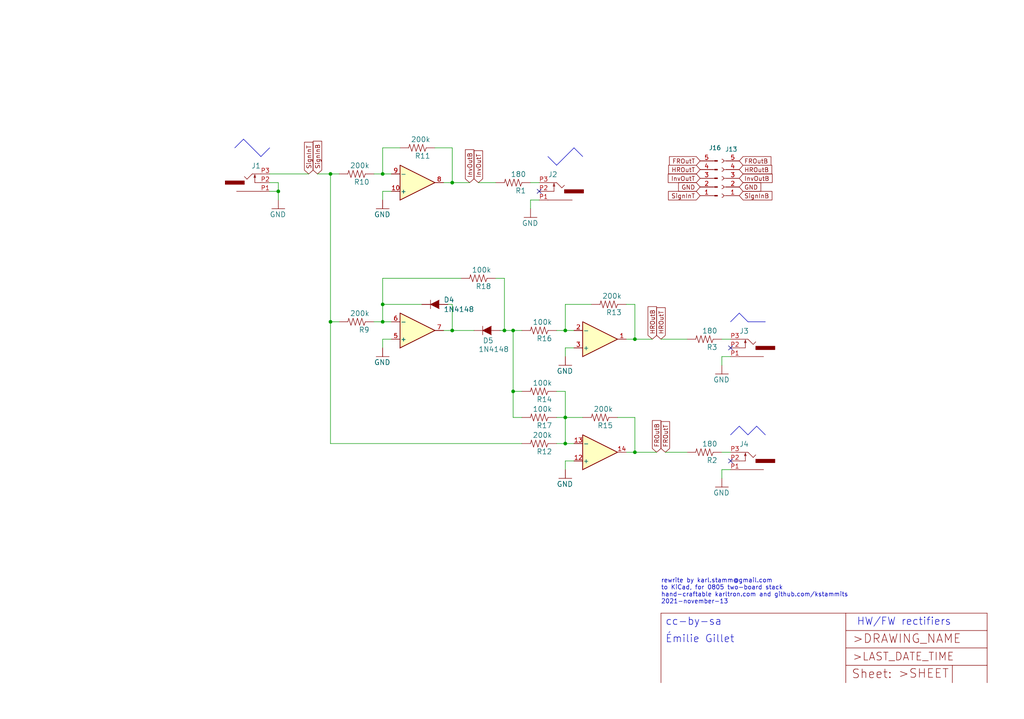
<source format=kicad_sch>
(kicad_sch (version 20230121) (generator eeschema)
  (paper "User" 299.06 210.007)
  (lib_symbols
    (symbol "Amplifier_Operational:TL074" (pin_names (offset 0.127))
      (property "Reference" "U" (at 0 5.08 0))
      (property "Value" "TL074" (at 0 -5.08 0))
      (symbol "TL074_1_1"
        (polyline (pts (xy -5.08 5.08) (xy 5.08 0) (xy -5.08 -5.08) (xy -5.08 5.08)) (stroke (width 0.254)) (fill (type background)))
        (pin output line (at 7.62 0 180) (length 2.54) (name "~") (number "1"))
        (pin input line (at -7.62 -2.54 0) (length 2.54) (name "-") (number "2"))
        (pin input line (at -7.62 2.54 0) (length 2.54) (name "+") (number "3"))
      )
      (symbol "TL074_2_1"
        (polyline (pts (xy -5.08 5.08) (xy 5.08 0) (xy -5.08 -5.08) (xy -5.08 5.08)) (stroke (width 0.254)) (fill (type background)))
        (pin input line (at -7.62 2.54 0) (length 2.54) (name "+") (number "5"))
        (pin input line (at -7.62 -2.54 0) (length 2.54) (name "-") (number "6"))
        (pin output line (at 7.62 0 180) (length 2.54) (name "~") (number "7"))
      )
      (symbol "TL074_3_1"
        (polyline (pts (xy -5.08 5.08) (xy 5.08 0) (xy -5.08 -5.08) (xy -5.08 5.08)) (stroke (width 0.254)) (fill (type background)))
        (pin input line (at -7.62 2.54 0) (length 2.54) (name "+") (number "10"))
        (pin output line (at 7.62 0 180) (length 2.54) (name "~") (number "8"))
        (pin input line (at -7.62 -2.54 0) (length 2.54) (name "-") (number "9"))
      )
      (symbol "TL074_4_1"
        (polyline (pts (xy -5.08 5.08) (xy 5.08 0) (xy -5.08 -5.08) (xy -5.08 5.08)) (stroke (width 0.254)) (fill (type background)))
        (pin input line (at -7.62 2.54 0) (length 2.54) (name "+") (number "12"))
        (pin input line (at -7.62 -2.54 0) (length 2.54) (name "-") (number "13"))
        (pin output line (at 7.62 0 180) (length 2.54) (name "~") (number "14"))
      )
      (symbol "TL074_5_1"
        (pin power_in line (at -2.54 -7.62 90) (length 3.81) (name "V-") (number "11"))
        (pin power_in line (at -2.54 7.62 270) (length 3.81) (name "V+") (number "4"))
      )
    )
    (symbol "k2-eagle-import:A4L-LOC" (pin_names (offset 1.016))
      (symbol "A4L-LOC_1_0"
        (polyline (pts (xy 161.29 3.81) (xy 161.29 24.13)))
        (polyline (pts (xy 161.29 24.13) (xy 215.265 24.13)))
        (polyline (pts (xy 215.265 8.89) (xy 215.265 3.81)))
        (polyline (pts (xy 215.265 8.89) (xy 215.265 13.97)))
        (polyline (pts (xy 215.265 13.97) (xy 215.265 19.05)))
        (polyline (pts (xy 215.265 13.97) (xy 256.54 13.97)))
        (polyline (pts (xy 215.265 19.05) (xy 215.265 24.13)))
        (polyline (pts (xy 215.265 19.05) (xy 256.54 19.05)))
        (polyline (pts (xy 215.265 24.13) (xy 256.54 24.13)))
        (polyline (pts (xy 246.38 3.81) (xy 246.38 8.89)))
        (polyline (pts (xy 246.38 8.89) (xy 215.265 8.89)))
        (polyline (pts (xy 246.38 8.89) (xy 256.54 8.89)))
        (polyline (pts (xy 256.54 3.81) (xy 256.54 8.89)))
        (polyline (pts (xy 256.54 8.89) (xy 256.54 13.97)))
        (polyline (pts (xy 256.54 13.97) (xy 256.54 19.05)))
        (polyline (pts (xy 256.54 19.05) (xy 256.54 24.13)))
        (text ">DRAWING_NAME" (at 217.17 15.24 0) (effects (font (size 2.54 2.54)) (justify left bottom)))
        (text ">LAST_DATE_TIME" (at 217.17 10.16 0) (effects (font (size 2.286 2.286)) (justify left bottom)))
        (text ">SHEET" (at 230.505 5.08 0) (effects (font (size 2.54 2.54)) (justify left bottom)))
        (text "Sheet:" (at 216.916 4.953 0) (effects (font (size 2.54 2.54)) (justify left bottom)))
      )
    )
    (symbol "k2-eagle-import:GND" (power) (pin_names (offset 1.016))
      (property "Value" "GND" (at -2.54 -2.54 0))
      (symbol "GND_1_0"
        (polyline (pts (xy -1.905 0) (xy 1.905 0)))
        (pin power_in line (at 0 2.54 270) (length 2.54) (name "GND") (number "1"))
      )
    )
    (symbol "k2-eagle-import:PJ301_THONKICONN6" (pin_names (offset 1.016))
      (property "Reference" "J" (at -2.54 4.064 0))
      (symbol "PJ301_THONKICONN6_1_0"
        (polyline (pts (xy -2.54 -2.54) (xy 4.572 -2.54)))
        (polyline (pts (xy -2.54 0) (xy -0.762 0)))
        (polyline (pts (xy -2.54 2.54) (xy 0 2.54)))
        (polyline (pts (xy -1.016 1.524) (xy -0.508 1.524)))
        (polyline (pts (xy -0.762 0) (xy -0.762 2.286)))
        (polyline (pts (xy -0.762 2.286) (xy -1.016 1.524)))
        (polyline (pts (xy -0.508 1.524) (xy -0.762 2.286)))
        (polyline (pts (xy 0 2.54) (xy 1.524 1.016)))
        (polyline (pts (xy 1.524 1.016) (xy 2.286 1.778)))
        (rectangle (start 2.286 -0.508) (end 7.874 0.508) (fill (type outline)))
        (pin passive line (at -5.08 -2.54 0) (length 2.54) (name "1") (number "P1"))
        (pin passive line (at -5.08 0 0) (length 2.54) (name "2") (number "P2"))
        (pin passive line (at -5.08 2.54 0) (length 2.54) (name "3") (number "P3"))
      )
    )
    (symbol "k2-eagle-import:R-US_R0402" (pin_names (offset 1.016))
      (property "Reference" "R" (at -3.81 1.4986 0))
      (property "Value" "R-US_R0402" (at -3.81 -3.302 0))
      (symbol "R-US_R0402_1_0"
        (polyline (pts (xy -2.54 0) (xy -2.159 1.016)))
        (polyline (pts (xy -2.159 1.016) (xy -1.524 -1.016)))
        (polyline (pts (xy -1.524 -1.016) (xy -0.889 1.016)))
        (polyline (pts (xy -0.889 1.016) (xy -0.254 -1.016)))
        (polyline (pts (xy -0.254 -1.016) (xy 0.381 1.016)))
        (polyline (pts (xy 0.381 1.016) (xy 1.016 -1.016)))
        (polyline (pts (xy 1.016 -1.016) (xy 1.651 1.016)))
        (polyline (pts (xy 1.651 1.016) (xy 2.286 -1.016)))
        (polyline (pts (xy 2.286 -1.016) (xy 2.54 0)))
        (pin passive line (at -5.08 0 0) (length 2.54) (name "1") (number "1"))
        (pin passive line (at 5.08 0 180) (length 2.54) (name "2") (number "2"))
      )
    )
    (symbol "k2-rescue:Conn_01x05_Female-Connector" (pin_names (offset 1.016) hide)
      (property "Reference" "J" (at 0 7.62 0))
      (property "Value" "Connector_Conn_01x05_Female" (at 0 -7.62 0))
      (symbol "Conn_01x05_Female-Connector_1_1"
        (arc (start 0 -4.572) (mid -0.5058 -5.08) (end 0 -5.588) (stroke (width 0.1524)))
        (arc (start 0 -2.032) (mid -0.5058 -2.54) (end 0 -3.048) (stroke (width 0.1524)))
        (polyline (pts (xy -1.27 -5.08) (xy -0.508 -5.08)) (stroke (width 0.1524)))
        (polyline (pts (xy -1.27 -2.54) (xy -0.508 -2.54)) (stroke (width 0.1524)))
        (polyline (pts (xy -1.27 0) (xy -0.508 0)) (stroke (width 0.1524)))
        (polyline (pts (xy -1.27 2.54) (xy -0.508 2.54)) (stroke (width 0.1524)))
        (polyline (pts (xy -1.27 5.08) (xy -0.508 5.08)) (stroke (width 0.1524)))
        (arc (start 0 0.508) (mid -0.5058 0) (end 0 -0.508) (stroke (width 0.1524)))
        (arc (start 0 3.048) (mid -0.5058 2.54) (end 0 2.032) (stroke (width 0.1524)))
        (arc (start 0 5.588) (mid -0.5058 5.08) (end 0 4.572) (stroke (width 0.1524)))
        (pin passive line (at -5.08 5.08 0) (length 3.81) (name "Pin_1") (number "1"))
        (pin passive line (at -5.08 2.54 0) (length 3.81) (name "Pin_2") (number "2"))
        (pin passive line (at -5.08 0 0) (length 3.81) (name "Pin_3") (number "3"))
        (pin passive line (at -5.08 -2.54 0) (length 3.81) (name "Pin_4") (number "4"))
        (pin passive line (at -5.08 -5.08 0) (length 3.81) (name "Pin_5") (number "5"))
      )
    )
    (symbol "k2-rescue:Conn_01x05_Male-Connector" (pin_names (offset 1.016) hide)
      (property "Reference" "J" (at 0 7.62 0))
      (property "Value" "Connector_Conn_01x05_Male" (at 0 -7.62 0))
      (symbol "Conn_01x05_Male-Connector_1_1"
        (polyline (pts (xy 1.27 -5.08) (xy 0.8636 -5.08)) (stroke (width 0.1524)))
        (polyline (pts (xy 1.27 -2.54) (xy 0.8636 -2.54)) (stroke (width 0.1524)))
        (polyline (pts (xy 1.27 0) (xy 0.8636 0)) (stroke (width 0.1524)))
        (polyline (pts (xy 1.27 2.54) (xy 0.8636 2.54)) (stroke (width 0.1524)))
        (polyline (pts (xy 1.27 5.08) (xy 0.8636 5.08)) (stroke (width 0.1524)))
        (rectangle (start 0.8636 -4.953) (end 0 -5.207) (stroke (width 0.1524)) (fill (type outline)))
        (rectangle (start 0.8636 -2.413) (end 0 -2.667) (stroke (width 0.1524)) (fill (type outline)))
        (rectangle (start 0.8636 0.127) (end 0 -0.127) (stroke (width 0.1524)) (fill (type outline)))
        (rectangle (start 0.8636 2.667) (end 0 2.413) (stroke (width 0.1524)) (fill (type outline)))
        (rectangle (start 0.8636 5.207) (end 0 4.953) (stroke (width 0.1524)) (fill (type outline)))
        (pin passive line (at 5.08 5.08 180) (length 3.81) (name "Pin_1") (number "1"))
        (pin passive line (at 5.08 2.54 180) (length 3.81) (name "Pin_2") (number "2"))
        (pin passive line (at 5.08 0 180) (length 3.81) (name "Pin_3") (number "3"))
        (pin passive line (at 5.08 -2.54 180) (length 3.81) (name "Pin_4") (number "4"))
        (pin passive line (at 5.08 -5.08 180) (length 3.81) (name "Pin_5") (number "5"))
      )
    )
    (symbol "k2-rescue:D-device" (pin_numbers hide) (pin_names (offset 1.016) hide)
      (property "Reference" "D" (at 0 2.54 0))
      (property "Value" "device_D" (at 0 -2.54 0))
      (symbol "D-device_0_1"
        (polyline (pts (xy -1.27 1.27) (xy -1.27 -1.27)) (stroke (width 0.1524)))
        (polyline (pts (xy 1.27 1.27) (xy -1.27 0) (xy 1.27 -1.27)) (fill (type outline)))
      )
      (symbol "D-device_1_1"
        (pin passive line (at -3.81 0 0) (length 2.54) (name "K") (number "1"))
        (pin passive line (at 3.81 0 180) (length 2.54) (name "A") (number "2"))
      )
    )
  )
  (junction (at 81.28 55.88))
  (junction (at 147.32 96.52))
  (junction (at 111.76 50.8))
  (junction (at 132.08 53.34))
  (junction (at 165.1 96.52))
  (junction (at 111.76 88.9))
  (junction (at 96.52 50.8))
  (junction (at 111.76 93.98))
  (junction (at 165.1 121.92))
  (junction (at 165.1 129.54))
  (junction (at 132.08 96.52))
  (junction (at 185.42 132.08))
  (junction (at 149.86 96.52))
  (junction (at 149.86 114.3))
  (junction (at 185.42 99.06))
  (junction (at 96.52 93.98))
  (no_connect (at 213.36 101.6))
  (no_connect (at 157.48 55.88))
  (no_connect (at 213.36 134.62))
  (wire (pts (xy 92.71 50.8) (xy 96.52 50.8)))
  (wire (pts (xy 123.19 88.9) (xy 111.76 88.9)))
  (wire (pts (xy 147.32 96.52) (xy 147.32 81.28)))
  (wire (pts (xy 149.86 96.52) (xy 152.4 96.52)))
  (wire (pts (xy 149.86 121.92) (xy 152.4 121.92)))
  (wire (pts (xy 132.08 96.52) (xy 129.54 96.52)))
  (wire (pts (xy 111.76 88.9) (xy 111.76 93.98)))
  (wire (pts (xy 210.82 137.16) (xy 210.82 139.7)))
  (wire (pts (xy 132.08 88.9) (xy 132.08 96.52)))
  (polyline (pts (xy 215.9 91.44) (xy 218.44 93.98)))
  (polyline (pts (xy 213.36 127) (xy 215.9 124.46)))
  (wire (pts (xy 167.64 101.6) (xy 165.1 101.6)))
  (wire (pts (xy 78.74 53.34) (xy 81.28 53.34)))
  (wire (pts (xy 116.84 43.18) (xy 111.76 43.18)))
  (wire (pts (xy 162.56 96.52) (xy 165.1 96.52)))
  (wire (pts (xy 165.1 96.52) (xy 167.64 96.52)))
  (polyline (pts (xy 167.64 43.18) (xy 170.18 45.72)))
  (wire (pts (xy 149.86 114.3) (xy 149.86 121.92)))
  (wire (pts (xy 182.88 132.08) (xy 185.42 132.08)))
  (wire (pts (xy 165.1 129.54) (xy 167.64 129.54)))
  (wire (pts (xy 109.22 93.98) (xy 111.76 93.98)))
  (wire (pts (xy 132.08 96.52) (xy 138.43 96.52)))
  (wire (pts (xy 111.76 50.8) (xy 114.3 50.8)))
  (wire (pts (xy 132.08 43.18) (xy 132.08 53.34)))
  (polyline (pts (xy 215.9 124.46) (xy 218.44 127)))
  (wire (pts (xy 139.7 53.34) (xy 144.78 53.34)))
  (wire (pts (xy 167.64 134.62) (xy 165.1 134.62)))
  (wire (pts (xy 78.74 55.88) (xy 81.28 55.88)))
  (wire (pts (xy 111.76 55.88) (xy 111.76 58.42)))
  (wire (pts (xy 149.86 114.3) (xy 149.86 96.52)))
  (wire (pts (xy 111.76 81.28) (xy 111.76 88.9)))
  (wire (pts (xy 152.4 129.54) (xy 96.52 129.54)))
  (wire (pts (xy 99.06 93.98) (xy 96.52 93.98)))
  (wire (pts (xy 172.72 88.9) (xy 165.1 88.9)))
  (wire (pts (xy 96.52 50.8) (xy 99.06 50.8)))
  (wire (pts (xy 210.82 132.08) (xy 213.36 132.08)))
  (wire (pts (xy 185.42 132.08) (xy 191.77 132.08)))
  (wire (pts (xy 81.28 55.88) (xy 81.28 58.42)))
  (wire (pts (xy 132.08 43.18) (xy 127 43.18)))
  (wire (pts (xy 152.4 114.3) (xy 149.86 114.3)))
  (wire (pts (xy 185.42 99.06) (xy 190.5 99.06)))
  (polyline (pts (xy 160.02 45.72) (xy 162.56 48.26)))
  (wire (pts (xy 111.76 43.18) (xy 111.76 50.8)))
  (wire (pts (xy 147.32 81.28) (xy 144.78 81.28)))
  (wire (pts (xy 81.28 53.34) (xy 81.28 55.88)))
  (polyline (pts (xy 68.58 43.18) (xy 71.12 40.64)))
  (wire (pts (xy 114.3 55.88) (xy 111.76 55.88)))
  (wire (pts (xy 182.88 99.06) (xy 185.42 99.06)))
  (polyline (pts (xy 213.36 93.98) (xy 215.9 91.44)))
  (wire (pts (xy 165.1 129.54) (xy 165.1 121.92)))
  (polyline (pts (xy 71.12 40.64) (xy 76.2 45.72)))
  (wire (pts (xy 111.76 93.98) (xy 114.3 93.98)))
  (wire (pts (xy 165.1 134.62) (xy 165.1 137.16)))
  (wire (pts (xy 213.36 99.06) (xy 210.82 99.06)))
  (wire (pts (xy 111.76 99.06) (xy 114.3 99.06)))
  (wire (pts (xy 78.74 50.8) (xy 90.17 50.8)))
  (wire (pts (xy 165.1 101.6) (xy 165.1 104.14)))
  (wire (pts (xy 213.36 137.16) (xy 210.82 137.16)))
  (wire (pts (xy 96.52 129.54) (xy 96.52 93.98)))
  (wire (pts (xy 154.94 58.42) (xy 154.94 60.96)))
  (polyline (pts (xy 220.98 124.46) (xy 223.52 127)))
  (polyline (pts (xy 218.44 93.98) (xy 223.52 93.98)))
  (wire (pts (xy 162.56 129.54) (xy 165.1 129.54)))
  (wire (pts (xy 96.52 93.98) (xy 96.52 50.8)))
  (wire (pts (xy 129.54 53.34) (xy 132.08 53.34)))
  (wire (pts (xy 162.56 121.92) (xy 165.1 121.92)))
  (wire (pts (xy 157.48 53.34) (xy 154.94 53.34)))
  (wire (pts (xy 162.56 114.3) (xy 165.1 114.3)))
  (wire (pts (xy 165.1 121.92) (xy 165.1 114.3)))
  (polyline (pts (xy 76.2 45.72) (xy 78.74 43.18)))
  (wire (pts (xy 130.81 88.9) (xy 132.08 88.9)))
  (wire (pts (xy 157.48 58.42) (xy 154.94 58.42)))
  (wire (pts (xy 165.1 96.52) (xy 165.1 88.9)))
  (wire (pts (xy 182.88 88.9) (xy 185.42 88.9)))
  (wire (pts (xy 185.42 121.92) (xy 185.42 132.08)))
  (wire (pts (xy 134.62 81.28) (xy 111.76 81.28)))
  (wire (pts (xy 213.36 104.14) (xy 210.82 104.14)))
  (wire (pts (xy 147.32 96.52) (xy 146.05 96.52)))
  (wire (pts (xy 180.34 121.92) (xy 185.42 121.92)))
  (polyline (pts (xy 218.44 127) (xy 220.98 124.46)))
  (wire (pts (xy 137.16 53.34) (xy 132.08 53.34)))
  (wire (pts (xy 194.31 132.08) (xy 200.66 132.08)))
  (polyline (pts (xy 162.56 48.26) (xy 167.64 43.18)))
  (wire (pts (xy 193.04 99.06) (xy 200.66 99.06)))
  (wire (pts (xy 165.1 121.92) (xy 170.18 121.92)))
  (wire (pts (xy 111.76 99.06) (xy 111.76 101.6)))
  (wire (pts (xy 185.42 88.9) (xy 185.42 99.06)))
  (wire (pts (xy 210.82 104.14) (xy 210.82 106.68)))
  (wire (pts (xy 147.32 96.52) (xy 149.86 96.52)))
  (wire (pts (xy 109.22 50.8) (xy 111.76 50.8)))
  (text "Émilie Gillet" (at 194.31 187.96 0) (effects (font (size 2.159 2.159)) (justify left bottom)))
  (text "HW/FW rectifiers" (at 250.19 182.88 0) (effects (font (size 2.159 2.159)) (justify left bottom)))
  (text "rewrite by karl.stamm@gmail.com\nto KiCad, for 0805 two-board stack\nhand-craftable karltron.com and github.com/kstammits\n2021-november-13" (at 193.04 176.53 0) (effects (font (size 1.27 1.27)) (justify left bottom)))
  (text "cc-by-sa" (at 194.31 182.88 0) (effects (font (size 2.159 2.159)) (justify left bottom)))
  (global_label "SignInT" (shape input) (at 90.17 50.8 90) (property "Intersheetrefs" "${INTERSHEET_REFS}" (effects hide)))
  (global_label "GND" (shape input) (at 204.47 54.61 180) (property "Intersheetrefs" "${INTERSHEET_REFS}" (effects hide)))
  (global_label "GND" (shape input) (at 215.9 54.61 0) (property "Intersheetrefs" "${INTERSHEET_REFS}" (effects hide)))
  (global_label "HROutB" (shape input) (at 215.9 49.53 0) (property "Intersheetrefs" "${INTERSHEET_REFS}" (effects hide)))
  (global_label "FROutB" (shape input) (at 191.77 132.08 90) (property "Intersheetrefs" "${INTERSHEET_REFS}" (effects hide)))
  (global_label "InvOutT" (shape input) (at 139.7 53.34 90) (property "Intersheetrefs" "${INTERSHEET_REFS}" (effects hide)))
  (global_label "HROutB" (shape input) (at 190.5 99.06 90) (property "Intersheetrefs" "${INTERSHEET_REFS}" (effects hide)))
  (global_label "HROutT" (shape input) (at 193.04 99.06 90) (property "Intersheetrefs" "${INTERSHEET_REFS}" (effects hide)))
  (global_label "InvOutT" (shape input) (at 204.47 52.07 180) (property "Intersheetrefs" "${INTERSHEET_REFS}" (effects hide)))
  (global_label "HROutT" (shape input) (at 204.47 49.53 180) (property "Intersheetrefs" "${INTERSHEET_REFS}" (effects hide)))
  (global_label "FROutT" (shape input) (at 204.47 46.99 180) (property "Intersheetrefs" "${INTERSHEET_REFS}" (effects hide)))
  (global_label "InvOutB" (shape input) (at 137.16 53.34 90) (property "Intersheetrefs" "${INTERSHEET_REFS}" (effects hide)))
  (global_label "SignInB" (shape input) (at 92.71 50.8 90) (property "Intersheetrefs" "${INTERSHEET_REFS}" (effects hide)))
  (global_label "FROutB" (shape input) (at 215.9 46.99 0) (property "Intersheetrefs" "${INTERSHEET_REFS}" (effects hide)))
  (global_label "SignInB" (shape input) (at 215.9 57.15 0) (property "Intersheetrefs" "${INTERSHEET_REFS}" (effects hide)))
  (global_label "InvOutB" (shape input) (at 215.9 52.07 0) (property "Intersheetrefs" "${INTERSHEET_REFS}" (effects hide)))
  (global_label "SignInT" (shape input) (at 204.47 57.15 180) (property "Intersheetrefs" "${INTERSHEET_REFS}" (effects hide)))
  (global_label "FROutT" (shape input) (at 194.31 132.08 90) (property "Intersheetrefs" "${INTERSHEET_REFS}" (effects hide)))
  (symbol (lib_id "k2-eagle-import:R-US_R0402") (at 121.92 43.18 180) (unit 1)
    (property "Reference" "R11" (at 125.73 44.6786 0) (effects (font (size 1.4986 1.4986)) (justify left bottom)))
    (property "Value" "200k" (at 125.73 39.878 0) (effects (font (size 1.4986 1.4986)) (justify left bottom)))
    (property "Footprint" "Resistor_SMD:R_0805_2012Metric_Pad1.20x1.40mm_HandSolder" (effects hide))
  )
  (symbol (lib_id "k2-eagle-import:R-US_R0402") (at 104.14 93.98 180) (unit 1)
    (property "Reference" "R9" (at 107.95 95.4786 0) (effects (font (size 1.4986 1.4986)) (justify left bottom)))
    (property "Value" "200k" (at 107.95 90.678 0) (effects (font (size 1.4986 1.4986)) (justify left bottom)))
    (property "Footprint" "Resistor_SMD:R_0805_2012Metric_Pad1.20x1.40mm_HandSolder" (effects hide))
  )
  (symbol (lib_id "k2-eagle-import:R-US_R0402") (at 157.48 96.52 180) (unit 1)
    (property "Reference" "R16" (at 161.29 98.0186 0) (effects (font (size 1.4986 1.4986)) (justify left bottom)))
    (property "Value" "100k" (at 161.29 93.218 0) (effects (font (size 1.4986 1.4986)) (justify left bottom)))
    (property "Footprint" "Resistor_SMD:R_0805_2012Metric_Pad1.20x1.40mm_HandSolder" (effects hide))
  )
  (symbol (lib_id "k2-eagle-import:A4L-LOC") (at 31.75 203.2 0) (unit 1)
    (property "Reference" "#FRAME7" (effects hide))
    (property "Value" "A4L-LOC" (effects hide))
  )
  (symbol (lib_id "k2-eagle-import:R-US_R0402") (at 139.7 81.28 180) (unit 1)
    (property "Reference" "R18" (at 143.51 82.7786 0) (effects (font (size 1.4986 1.4986)) (justify left bottom)))
    (property "Value" "100k" (at 143.51 77.978 0) (effects (font (size 1.4986 1.4986)) (justify left bottom)))
    (property "Footprint" "Resistor_SMD:R_0805_2012Metric_Pad1.20x1.40mm_HandSolder" (effects hide))
  )
  (symbol (lib_id "k2-eagle-import:R-US_R0402") (at 157.48 114.3 180) (unit 1)
    (property "Reference" "R14" (at 161.29 115.7986 0) (effects (font (size 1.4986 1.4986)) (justify left bottom)))
    (property "Value" "100k" (at 161.29 110.998 0) (effects (font (size 1.4986 1.4986)) (justify left bottom)))
    (property "Footprint" "Resistor_SMD:R_0805_2012Metric_Pad1.20x1.40mm_HandSolder" (effects hide))
  )
  (symbol (lib_id "k2-eagle-import:GND") (at 210.82 142.24 0) (unit 1)
    (property "Reference" "#GND027" (effects hide))
    (property "Value" "GND" (at 208.28 144.78 0) (effects (font (size 1.4986 1.4986)) (justify left bottom)))
    (instances (project "k2" (path "" (reference "#GND027") (unit 1)) (path "" (reference "#GND27") (unit 1))))
  )
  (symbol (lib_id "k2-eagle-import:PJ301_THONKICONN6") (at 218.44 134.62 0) (unit 1)
    (property "Reference" "J4" (at 215.9 130.556 0) (effects (font (size 1.4986 1.4986)) (justify left bottom)))
    (property "Value" "PJ301_THONKICONN6" (effects hide))
    (property "Footprint" "k2:WQP_PJ_301M6" (effects hide))
  )
  (symbol (lib_id "Amplifier_Operational:TL074") (at 175.26 132.08 0) (mirror x) (unit 4)
    (property "Reference" "IC1" (effects hide))
    (property "Value" "TL074" (effects hide))
    (property "Footprint" "Package_SO:SOIC-14_3.9x8.7mm_P1.27mm" (effects hide))
    (instances (project "k2" (path "" (reference "IC1") (unit 4)) (path "" (reference "IC?") (unit 1))))
  )
  (symbol (lib_id "Amplifier_Operational:TL074") (at 121.92 96.52 0) (mirror x) (unit 2)
    (property "Reference" "IC1" (effects hide))
    (property "Value" "TL074" (effects hide))
    (property "Footprint" "Package_SO:SOIC-14_3.9x8.7mm_P1.27mm" (effects hide))
    (instances (project "k2" (path "" (reference "IC1") (unit 2)) (path "" (reference "IC?") (unit 1))))
  )
  (symbol (lib_id "Amplifier_Operational:TL074") (at 121.92 53.34 0) (mirror x) (unit 3)
    (property "Reference" "IC1" (effects hide))
    (property "Value" "TL074" (effects hide))
    (property "Footprint" "Package_SO:SOIC-14_3.9x8.7mm_P1.27mm" (effects hide))
    (instances (project "k2" (path "" (reference "IC1") (unit 3)) (path "" (reference "IC?") (unit 1))))
  )
  (symbol (lib_id "k2-rescue:Conn_01x05_Female-Connector") (at 210.82 52.07 180) (unit 1)
    (property "Reference" "J13" (at 213.5632 43.6118 0))
    (property "Value" "Conn_01x05_Female" (effects hide))
    (property "Footprint" "Connector_PinHeader_2.54mm:PinHeader_1x05_P2.54mm_Vertical" (effects hide))
  )
  (symbol (lib_id "k2-rescue:Conn_01x05_Male-Connector") (at 209.55 52.07 180) (unit 1)
    (property "Reference" "J16" (at 207.01 43.18 0) (effects (justify right)))
    (property "Value" "Conn_01x05_Male" (effects hide))
    (property "Footprint" "Connector_PinHeader_2.54mm:PinHeader_1x05_P2.54mm_Vertical" (effects hide))
  )
  (symbol (lib_id "k2-rescue:D-device") (at 142.24 96.52 0) (unit 1)
    (property "Reference" "D5" (at 140.97 100.33 0) (effects (font (size 1.4986 1.4986)) (justify left bottom)))
    (property "Value" "1N4148" (at 139.7 102.87 0) (effects (font (size 1.4986 1.4986)) (justify left bottom)))
    (property "Footprint" "Diode_SMD:D_1206_3216Metric_Pad1.42x1.75mm_HandSolder" (effects hide))
  )
  (symbol (lib_id "k2-eagle-import:GND") (at 154.94 63.5 0) (unit 1)
    (property "Reference" "#GND04" (effects hide))
    (property "Value" "GND" (at 152.4 66.04 0) (effects (font (size 1.4986 1.4986)) (justify left bottom)))
    (instances (project "k2" (path "" (reference "#GND04") (unit 1)) (path "" (reference "#GND4") (unit 1))))
  )
  (symbol (lib_id "Amplifier_Operational:TL074") (at 175.26 99.06 0) (mirror x) (unit 1)
    (property "Reference" "IC1" (effects hide))
    (property "Value" "TL074" (effects hide))
    (property "Footprint" "Package_SO:SOIC-14_3.9x8.7mm_P1.27mm" (effects hide))
  )
  (symbol (lib_id "k2-eagle-import:R-US_R0402") (at 157.48 129.54 180) (unit 1)
    (property "Reference" "R12" (at 161.29 131.0386 0) (effects (font (size 1.4986 1.4986)) (justify left bottom)))
    (property "Value" "200k" (at 161.29 126.238 0) (effects (font (size 1.4986 1.4986)) (justify left bottom)))
    (property "Footprint" "Resistor_SMD:R_0805_2012Metric_Pad1.20x1.40mm_HandSolder" (effects hide))
  )
  (symbol (lib_id "k2-eagle-import:GND") (at 81.28 60.96 0) (unit 1)
    (property "Reference" "#GND013" (effects hide))
    (property "Value" "GND" (at 78.74 63.5 0) (effects (font (size 1.4986 1.4986)) (justify left bottom)))
    (instances (project "k2" (path "" (reference "#GND013") (unit 1)) (path "" (reference "#GND13") (unit 1))))
  )
  (symbol (lib_id "k2-rescue:D-device") (at 127 88.9 0) (unit 1)
    (property "Reference" "D4" (at 129.54 88.4174 0) (effects (font (size 1.4986 1.4986)) (justify left bottom)))
    (property "Value" "1N4148" (at 129.54 91.2114 0) (effects (font (size 1.4986 1.4986)) (justify left bottom)))
    (property "Footprint" "Diode_SMD:D_1206_3216Metric_Pad1.42x1.75mm_HandSolder" (effects hide))
  )
  (symbol (lib_id "k2-eagle-import:PJ301_THONKICONN6") (at 218.44 101.6 0) (unit 1)
    (property "Reference" "J3" (at 215.9 97.536 0) (effects (font (size 1.4986 1.4986)) (justify left bottom)))
    (property "Value" "PJ301_THONKICONN6" (effects hide))
    (property "Footprint" "k2:WQP_PJ_301M6" (effects hide))
  )
  (symbol (lib_id "k2-eagle-import:PJ301_THONKICONN6") (at 73.66 53.34 0) (mirror y) (unit 1)
    (property "Reference" "J1" (at 76.2 49.276 0) (effects (font (size 1.4986 1.4986)) (justify left bottom)))
    (property "Value" "PJ301_THONKICONN6" (effects hide))
    (property "Footprint" "k2:WQP_PJ_301M6" (effects hide))
  )
  (symbol (lib_id "k2-eagle-import:GND") (at 111.76 60.96 0) (unit 1)
    (property "Reference" "#GND023" (effects hide))
    (property "Value" "GND" (at 109.22 63.5 0) (effects (font (size 1.4986 1.4986)) (justify left bottom)))
    (instances (project "k2" (path "" (reference "#GND023") (unit 1)) (path "" (reference "#GND23") (unit 1))))
  )
  (symbol (lib_id "k2-eagle-import:R-US_R0402") (at 205.74 99.06 180) (unit 1)
    (property "Reference" "R3" (at 209.55 100.5586 0) (effects (font (size 1.4986 1.4986)) (justify left bottom)))
    (property "Value" "180" (at 209.55 95.758 0) (effects (font (size 1.4986 1.4986)) (justify left bottom)))
    (property "Footprint" "Resistor_SMD:R_0805_2012Metric_Pad1.20x1.40mm_HandSolder" (effects hide))
  )
  (symbol (lib_id "k2-eagle-import:R-US_R0402") (at 157.48 121.92 180) (unit 1)
    (property "Reference" "R17" (at 161.29 123.4186 0) (effects (font (size 1.4986 1.4986)) (justify left bottom)))
    (property "Value" "100k" (at 161.29 118.618 0) (effects (font (size 1.4986 1.4986)) (justify left bottom)))
    (property "Footprint" "Resistor_SMD:R_0805_2012Metric_Pad1.20x1.40mm_HandSolder" (effects hide))
  )
  (symbol (lib_id "k2-eagle-import:GND") (at 210.82 109.22 0) (unit 1)
    (property "Reference" "#GND021" (effects hide))
    (property "Value" "GND" (at 208.28 111.76 0) (effects (font (size 1.4986 1.4986)) (justify left bottom)))
    (instances (project "k2" (path "" (reference "#GND021") (unit 1)) (path "" (reference "#GND21") (unit 1))))
  )
  (symbol (lib_id "k2-eagle-import:R-US_R0402") (at 175.26 121.92 180) (unit 1)
    (property "Reference" "R15" (at 179.07 123.4186 0) (effects (font (size 1.4986 1.4986)) (justify left bottom)))
    (property "Value" "200k" (at 179.07 118.618 0) (effects (font (size 1.4986 1.4986)) (justify left bottom)))
    (property "Footprint" "Resistor_SMD:R_0805_2012Metric_Pad1.20x1.40mm_HandSolder" (effects hide))
  )
  (symbol (lib_id "k2-eagle-import:GND") (at 165.1 139.7 0) (unit 1)
    (property "Reference" "#GND02" (effects hide))
    (property "Value" "GND" (at 162.56 142.24 0) (effects (font (size 1.4986 1.4986)) (justify left bottom)))
    (instances (project "k2" (path "" (reference "#GND02") (unit 1)) (path "" (reference "#GND2") (unit 1))))
  )
  (symbol (lib_id "k2-eagle-import:R-US_R0402") (at 177.8 88.9 180) (unit 1)
    (property "Reference" "R13" (at 181.61 90.3986 0) (effects (font (size 1.4986 1.4986)) (justify left bottom)))
    (property "Value" "200k" (at 181.61 85.598 0) (effects (font (size 1.4986 1.4986)) (justify left bottom)))
    (property "Footprint" "Resistor_SMD:R_0805_2012Metric_Pad1.20x1.40mm_HandSolder" (effects hide))
  )
  (symbol (lib_id "k2-eagle-import:R-US_R0402") (at 149.86 53.34 180) (unit 1)
    (property "Reference" "R1" (at 153.67 54.8386 0) (effects (font (size 1.4986 1.4986)) (justify left bottom)))
    (property "Value" "180" (at 153.67 50.038 0) (effects (font (size 1.4986 1.4986)) (justify left bottom)))
    (property "Footprint" "Resistor_SMD:R_0805_2012Metric_Pad1.20x1.40mm_HandSolder" (effects hide))
  )
  (symbol (lib_id "k2-eagle-import:R-US_R0402") (at 205.74 132.08 180) (unit 1)
    (property "Reference" "R2" (at 209.55 133.5786 0) (effects (font (size 1.4986 1.4986)) (justify left bottom)))
    (property "Value" "180" (at 209.55 128.778 0) (effects (font (size 1.4986 1.4986)) (justify left bottom)))
    (property "Footprint" "Resistor_SMD:R_0805_2012Metric_Pad1.20x1.40mm_HandSolder" (effects hide))
  )
  (symbol (lib_id "k2-eagle-import:R-US_R0402") (at 104.14 50.8 180) (unit 1)
    (property "Reference" "R10" (at 107.95 52.2986 0) (effects (font (size 1.4986 1.4986)) (justify left bottom)))
    (property "Value" "200k" (at 107.95 47.498 0) (effects (font (size 1.4986 1.4986)) (justify left bottom)))
    (property "Footprint" "Resistor_SMD:R_0805_2012Metric_Pad1.20x1.40mm_HandSolder" (effects hide))
  )
  (symbol (lib_id "k2-eagle-import:GND") (at 111.76 104.14 0) (unit 1)
    (property "Reference" "#GND024" (effects hide))
    (property "Value" "GND" (at 109.22 106.68 0) (effects (font (size 1.4986 1.4986)) (justify left bottom)))
    (instances (project "k2" (path "" (reference "#GND024") (unit 1)) (path "" (reference "#GND24") (unit 1))))
  )
  (symbol (lib_id "k2-eagle-import:PJ301_THONKICONN6") (at 162.56 55.88 0) (unit 1)
    (property "Reference" "J2" (at 160.02 51.816 0) (effects (font (size 1.4986 1.4986)) (justify left bottom)))
    (property "Value" "PJ301_THONKICONN6" (effects hide))
    (property "Footprint" "k2:WQP_PJ_301M6" (effects hide))
  )
  (symbol (lib_id "k2-eagle-import:GND") (at 165.1 106.68 0) (unit 1)
    (property "Reference" "#GND025" (effects hide))
    (property "Value" "GND" (at 162.56 109.22 0) (effects (font (size 1.4986 1.4986)) (justify left bottom)))
    (instances (project "k2" (path "" (reference "#GND025") (unit 1)) (path "" (reference "#GND25") (unit 1))))
  )
)
</source>
